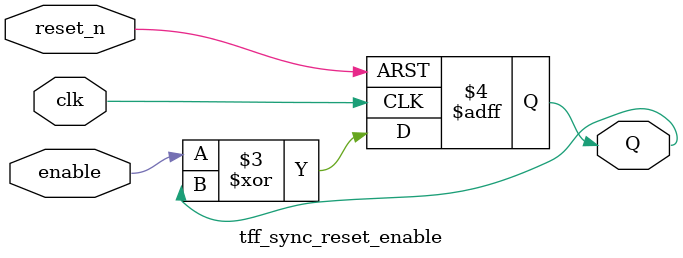
<source format=v>
module lab5part3 (SW, KEY, HEX3, HEX2, HEX1, HEX0);
	input [9:0] SW;
	input [3:0] KEY;
	output [6:0] HEX3, HEX2, HEX1, HEX0;
	
	wire [15:0] Q;
	
	tff_sync_reset_enable t1(KEY[0], SW[0], SW[1], Q[0]);
	tff_sync_reset_enable t2 (KEY[0], SW[0], SW[1] & Q[0], Q[1]);
	tff_sync_reset_enable t3 (KEY[0], SW[0], Q[1] & Q[0] & SW[1], Q[2]);
	tff_sync_reset_enable t4 (KEY[0], SW[0], Q[2] & Q[1] & Q[0] & SW[1], Q[3]);
	tff_sync_reset_enable t5 (KEY[0], SW[0], Q[3] & Q[2] & Q[1] & Q[0] & SW[1], Q[4]);
	tff_sync_reset_enable t6 (KEY[0], SW[0], Q[4] & Q[3] & Q[2] & Q[1] & Q[0] & SW[1], Q[5]);
	tff_sync_reset_enable t7 (KEY[0], SW[0], Q[5] & Q[4] & Q[3] & Q[2] & Q[1] & Q[0] & SW[1], Q[6]);
	tff_sync_reset_enable t8 (KEY[0], SW[0], Q[6] & Q[5] & Q[4] & Q[3] & Q[2] & Q[1] & Q[0] & SW[1], Q[7]);
	tff_sync_reset_enable t9 (KEY[0], SW[0], Q[7] & Q[6] & Q[5] & Q[4] & Q[3] & Q[2] & Q[1] & Q[0] & SW[1], Q[8]);
	tff_sync_reset_enable t10 (KEY[0], SW[0], Q[8] & Q[7] & Q[6] & Q[5] & Q[4] & Q[3] & Q[2] & Q[1] & Q[0] & SW[1], Q[9]);
	tff_sync_reset_enable t11 (KEY[0], SW[0], Q[9] & Q[8] & Q[7] & Q[6] & Q[5] & Q[4] & Q[3] & Q[2] & Q[1] & Q[0] & SW[1], Q[10]);
	tff_sync_reset_enable t12 (KEY[0], SW[0], Q[10] & Q[9] & Q[8] & Q[7] & Q[6] & Q[5] & Q[4] & Q[3] & Q[2] & Q[1] & Q[0] & SW[1], Q[11]);
	tff_sync_reset_enable t13 (KEY[0], SW[0], Q[11] & Q[10] & Q[9] & Q[8] & Q[7] & Q[6] & Q[5] & Q[4] & Q[3] & Q[2] & Q[1] & Q[0] & SW[1], Q[12]);
	tff_sync_reset_enable t14 (KEY[0], SW[0], Q[12] & Q[11] & Q[10] & Q[9] & Q[8] & Q[7] & Q[6] & Q[5] & Q[4] & Q[3] & Q[2] & Q[1] & Q[0] & SW[1], Q[13]);
	tff_sync_reset_enable t15 (KEY[0], SW[0], Q[13] & Q[12] & Q[11] & Q[10] & Q[9] & Q[8] & Q[7] & Q[6] & Q[5] & Q[4] & Q[3] & Q[2] & Q[1] & Q[0] & SW[1], Q[14]);
	tff_sync_reset_enable t16 (KEY[0], SW[0], Q[14] & Q[13] & Q[12] & Q[11] & Q[10] & Q[9] & Q[8] & Q[7] & Q[6] & Q[5] & Q[4] & Q[3] & Q[2] & Q[1] & Q[0] & SW[1], Q[15]);
	
	HexDisp h3 (Q[3:0],HEX0);
	HexDisp h2 (Q[7:4],HEX1);
	HexDisp h1 (Q[11:8],HEX2);
	HexDisp h0 (Q[15:12],HEX3);
endmodule

module HexDisp(in, out);
	input [3:0] in;
	output reg [6:0] out;
	
	always @ (in) begin
		if (in == 4'h0)
			out = ~(7'h3F);
		else if (in == 4'h1)
			out = ~(7'h06);
		else if (in == 4'h2)
			out = ~(7'h5B);
		else if (in == 4'h3)
			out = ~(7'h4F);
		else if (in == 4'h4)
			out = ~(7'h66);
		else if (in == 4'h5)
			out = ~(7'h6D);
		else if (in == 4'h6)
			out = ~(7'h7D);
		else if (in == 4'h7)
			out = ~(7'h07);
		else if (in == 4'h8)
			out = ~(7'h7F);
		else if (in == 4'h9)
			out = ~(7'h6F);
		else if (in == 4'hA)
			out = ~(7'h77);
		else if (in == 4'hB)
			out = ~(7'h7C);
		else if (in == 4'hC)
			out = ~(7'h39);
		else if (in == 4'hD)
			out = ~(7'h5E);
		else if (in == 4'hE)
			out = ~(7'h79);
		else
			out = ~(7'h71);
	end
endmodule

module tff_sync_reset_enable (clk, reset_n, enable, Q);
	input clk, reset_n, enable;
	output reg Q;
	
	always @ (negedge reset_n, posedge clk) begin
		if (!reset_n)
			Q <= 1'b0;
		else
			Q <= enable ^ Q;
	end
endmodule
</source>
